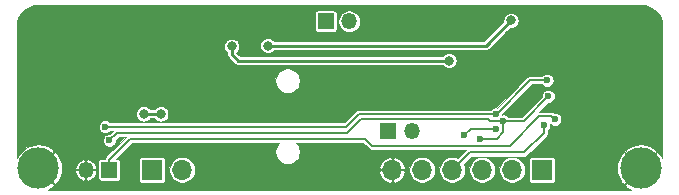
<source format=gbr>
%TF.GenerationSoftware,KiCad,Pcbnew,(5.1.6-0-10_14)*%
%TF.CreationDate,2020-10-15T10:38:44-05:00*%
%TF.ProjectId,MBRadio_4732_BO,4d425261-6469-46f5-9f34-3733325f424f,rev?*%
%TF.SameCoordinates,Original*%
%TF.FileFunction,Copper,L2,Bot*%
%TF.FilePolarity,Positive*%
%FSLAX46Y46*%
G04 Gerber Fmt 4.6, Leading zero omitted, Abs format (unit mm)*
G04 Created by KiCad (PCBNEW (5.1.6-0-10_14)) date 2020-10-15 10:38:44*
%MOMM*%
%LPD*%
G01*
G04 APERTURE LIST*
%TA.AperFunction,ComponentPad*%
%ADD10C,3.500000*%
%TD*%
%TA.AperFunction,ComponentPad*%
%ADD11R,1.700000X1.700000*%
%TD*%
%TA.AperFunction,ComponentPad*%
%ADD12O,1.700000X1.700000*%
%TD*%
%TA.AperFunction,ComponentPad*%
%ADD13O,1.350000X1.350000*%
%TD*%
%TA.AperFunction,ComponentPad*%
%ADD14R,1.350000X1.350000*%
%TD*%
%TA.AperFunction,ViaPad*%
%ADD15C,0.800000*%
%TD*%
%TA.AperFunction,ViaPad*%
%ADD16C,1.000000*%
%TD*%
%TA.AperFunction,ViaPad*%
%ADD17C,0.600000*%
%TD*%
%TA.AperFunction,Conductor*%
%ADD18C,0.250000*%
%TD*%
%TA.AperFunction,Conductor*%
%ADD19C,0.200000*%
%TD*%
%TA.AperFunction,Conductor*%
%ADD20C,0.100000*%
%TD*%
G04 APERTURE END LIST*
D10*
%TO.P,REF\u002A\u002A,1*%
%TO.N,GND*%
X82000000Y-104000000D03*
%TD*%
%TO.P,REF\u002A\u002A,1*%
%TO.N,GND*%
X31000000Y-104000000D03*
%TD*%
D11*
%TO.P,J6,1*%
%TO.N,Net-(J6-Pad1)*%
X40640000Y-104140000D03*
D12*
%TO.P,J6,2*%
%TO.N,Net-(C14-Pad2)*%
X43180000Y-104140000D03*
%TD*%
D13*
%TO.P,J4,2*%
%TO.N,Net-(J4-Pad2)*%
X57330000Y-91570000D03*
D14*
%TO.P,J4,1*%
%TO.N,Net-(C9-Pad1)*%
X55330000Y-91570000D03*
%TD*%
%TO.P,JP1,1*%
%TO.N,SENB*%
X37000000Y-104140000D03*
D13*
%TO.P,JP1,2*%
%TO.N,GND*%
X35000000Y-104140000D03*
%TD*%
D11*
%TO.P,J7,1*%
%TO.N,+3V3*%
X73660000Y-104140000D03*
D12*
%TO.P,J7,2*%
%TO.N,SCL*%
X71120000Y-104140000D03*
%TO.P,J7,3*%
%TO.N,SDA*%
X68580000Y-104140000D03*
%TO.P,J7,4*%
%TO.N,RESET*%
X66040000Y-104140000D03*
%TO.P,J7,5*%
%TO.N,GPO1*%
X63500000Y-104140000D03*
%TO.P,J7,6*%
%TO.N,GND*%
X60960000Y-104140000D03*
%TD*%
D14*
%TO.P,JP2,1*%
%TO.N,+3V3*%
X60610000Y-100830000D03*
D13*
%TO.P,JP2,2*%
%TO.N,Net-(JP2-Pad2)*%
X62610000Y-100830000D03*
%TD*%
D15*
%TO.N,GND*%
X70860000Y-92750000D03*
D16*
X48730000Y-102800000D03*
D15*
X41930000Y-96890000D03*
X32750000Y-96500000D03*
D16*
X61680000Y-91810000D03*
D15*
X38540000Y-94770000D03*
X80010000Y-99480002D03*
X62500000Y-96310000D03*
X76010000Y-94690000D03*
X80620000Y-94070000D03*
%TO.N,Net-(C12-Pad1)*%
X39915000Y-99400000D03*
X41365000Y-99400000D03*
D17*
%TO.N,SDA*%
X74085000Y-96555000D03*
X36669265Y-100480735D03*
X69720009Y-99399990D03*
X67070000Y-101210000D03*
X69720009Y-100669991D03*
%TO.N,SCL*%
X37020000Y-101650000D03*
X74179272Y-97909272D03*
X70364990Y-100000000D03*
X68380000Y-101490001D03*
D15*
%TO.N,Net-(C7-Pad2)*%
X65760000Y-94890000D03*
X47370000Y-93680000D03*
%TO.N,Net-(C8-Pad2)*%
X50430000Y-93620000D03*
X71019998Y-91490000D03*
D17*
%TO.N,RESET*%
X73800000Y-100370000D03*
%TO.N,SENB*%
X74730000Y-99870000D03*
%TD*%
D18*
%TO.N,Net-(C12-Pad1)*%
X39915000Y-99400000D02*
X40910000Y-99400000D01*
X40910000Y-99400000D02*
X41365000Y-99400000D01*
D19*
%TO.N,SDA*%
X74085000Y-96555000D02*
X72645000Y-96555000D01*
X72645000Y-96555000D02*
X69719265Y-99480735D01*
X57069265Y-100480735D02*
X36669265Y-100480735D01*
X58150010Y-99399990D02*
X57069265Y-100480735D01*
X69720009Y-99399990D02*
X58150010Y-99399990D01*
X67610009Y-100669991D02*
X69720009Y-100669991D01*
X67070000Y-101210000D02*
X67610009Y-100669991D01*
%TO.N,SCL*%
X72088544Y-100000000D02*
X74179272Y-97909272D01*
X70364990Y-100000000D02*
X72088544Y-100000000D01*
X37670000Y-101000000D02*
X37020000Y-101650000D01*
X57115698Y-101000000D02*
X37670000Y-101000000D01*
X58315698Y-99800000D02*
X57115698Y-101000000D01*
X69070000Y-99800000D02*
X58315698Y-99800000D01*
X69270000Y-100000000D02*
X69070000Y-99800000D01*
X70364990Y-100000000D02*
X69270000Y-100000000D01*
X70364990Y-100925010D02*
X70364990Y-100000000D01*
X69799999Y-101490001D02*
X70364990Y-100925010D01*
X68380000Y-101490001D02*
X69799999Y-101490001D01*
D18*
%TO.N,Net-(C7-Pad2)*%
X47370000Y-94350000D02*
X47370000Y-93680000D01*
X65755010Y-94885010D02*
X47905010Y-94885010D01*
X47905010Y-94885010D02*
X47370000Y-94350000D01*
X65760000Y-94890000D02*
X65755010Y-94885010D01*
%TO.N,Net-(C8-Pad2)*%
X50430000Y-93620000D02*
X68889998Y-93620000D01*
X68889998Y-93620000D02*
X71019998Y-91490000D01*
D19*
%TO.N,RESET*%
X73800000Y-100990000D02*
X73800000Y-100370000D01*
X72120000Y-102670000D02*
X73800000Y-100990000D01*
X67510000Y-102670000D02*
X72120000Y-102670000D01*
X66040000Y-104140000D02*
X67510000Y-102670000D01*
%TO.N,SENB*%
X37000000Y-104140000D02*
X37000000Y-104060000D01*
X38765001Y-101499999D02*
X37000000Y-103265000D01*
X58649999Y-101499999D02*
X38765001Y-101499999D01*
X59240001Y-102090001D02*
X58649999Y-101499999D01*
X70899999Y-102090001D02*
X59240001Y-102090001D01*
X73419999Y-99570001D02*
X70899999Y-102090001D01*
X37000000Y-103265000D02*
X37000000Y-104140000D01*
X74430001Y-99570001D02*
X73419999Y-99570001D01*
X74730000Y-99870000D02*
X74430001Y-99570001D01*
%TD*%
D20*
%TO.N,GND*%
G36*
X82354316Y-90210581D02*
G01*
X82695133Y-90313479D01*
X83009474Y-90480617D01*
X83285365Y-90705628D01*
X83512297Y-90979941D01*
X83681625Y-91293105D01*
X83786903Y-91633204D01*
X83824983Y-91995510D01*
X83825000Y-92000329D01*
X83825001Y-103175242D01*
X83686877Y-102907639D01*
X83654749Y-102859558D01*
X83411763Y-102658947D01*
X82070711Y-104000000D01*
X82084853Y-104014142D01*
X82014142Y-104084853D01*
X82000000Y-104070711D01*
X80658947Y-105411763D01*
X80859558Y-105654749D01*
X81167340Y-105825000D01*
X31824760Y-105825000D01*
X32092361Y-105686877D01*
X32140442Y-105654749D01*
X32341053Y-105411763D01*
X31000000Y-104070711D01*
X30985858Y-104084853D01*
X30915147Y-104014142D01*
X30929289Y-104000000D01*
X31070711Y-104000000D01*
X32411763Y-105341053D01*
X32654749Y-105140442D01*
X32845443Y-104795703D01*
X32965217Y-104420386D01*
X32974996Y-104333875D01*
X34095542Y-104333875D01*
X34150744Y-104506601D01*
X34238583Y-104665238D01*
X34355682Y-104803691D01*
X34497542Y-104916639D01*
X34658711Y-104999741D01*
X34806125Y-105044455D01*
X34950000Y-105001050D01*
X34950000Y-104190000D01*
X35050000Y-104190000D01*
X35050000Y-105001050D01*
X35193875Y-105044455D01*
X35341289Y-104999741D01*
X35502458Y-104916639D01*
X35644318Y-104803691D01*
X35761417Y-104665238D01*
X35849256Y-104506601D01*
X35904458Y-104333875D01*
X35861151Y-104190000D01*
X35050000Y-104190000D01*
X34950000Y-104190000D01*
X34138849Y-104190000D01*
X34095542Y-104333875D01*
X32974996Y-104333875D01*
X33009469Y-104028913D01*
X33002517Y-103946125D01*
X34095542Y-103946125D01*
X34138849Y-104090000D01*
X34950000Y-104090000D01*
X34950000Y-103278950D01*
X35050000Y-103278950D01*
X35050000Y-104090000D01*
X35861151Y-104090000D01*
X35904458Y-103946125D01*
X35849256Y-103773399D01*
X35761417Y-103614762D01*
X35644318Y-103476309D01*
X35630115Y-103465000D01*
X36073791Y-103465000D01*
X36073791Y-104815000D01*
X36078618Y-104864008D01*
X36092913Y-104911134D01*
X36116127Y-104954564D01*
X36147368Y-104992632D01*
X36185436Y-105023873D01*
X36228866Y-105047087D01*
X36275992Y-105061382D01*
X36325000Y-105066209D01*
X37675000Y-105066209D01*
X37724008Y-105061382D01*
X37771134Y-105047087D01*
X37814564Y-105023873D01*
X37852632Y-104992632D01*
X37883873Y-104954564D01*
X37907087Y-104911134D01*
X37921382Y-104864008D01*
X37926209Y-104815000D01*
X37926209Y-103465000D01*
X37921382Y-103415992D01*
X37907087Y-103368866D01*
X37883873Y-103325436D01*
X37854792Y-103290000D01*
X39538791Y-103290000D01*
X39538791Y-104990000D01*
X39543618Y-105039008D01*
X39557913Y-105086134D01*
X39581127Y-105129564D01*
X39612368Y-105167632D01*
X39650436Y-105198873D01*
X39693866Y-105222087D01*
X39740992Y-105236382D01*
X39790000Y-105241209D01*
X41490000Y-105241209D01*
X41539008Y-105236382D01*
X41586134Y-105222087D01*
X41629564Y-105198873D01*
X41667632Y-105167632D01*
X41698873Y-105129564D01*
X41722087Y-105086134D01*
X41736382Y-105039008D01*
X41741209Y-104990000D01*
X41741209Y-104031659D01*
X42080000Y-104031659D01*
X42080000Y-104248341D01*
X42122273Y-104460858D01*
X42205193Y-104661045D01*
X42325575Y-104841209D01*
X42478791Y-104994425D01*
X42658955Y-105114807D01*
X42859142Y-105197727D01*
X43071659Y-105240000D01*
X43288341Y-105240000D01*
X43500858Y-105197727D01*
X43701045Y-105114807D01*
X43881209Y-104994425D01*
X44034425Y-104841209D01*
X44154807Y-104661045D01*
X44237727Y-104460858D01*
X44257533Y-104361285D01*
X59882485Y-104361285D01*
X59946360Y-104567246D01*
X60049188Y-104756788D01*
X60187018Y-104922627D01*
X60354554Y-105058390D01*
X60545356Y-105158860D01*
X60738716Y-105217512D01*
X60910000Y-105176294D01*
X60910000Y-104190000D01*
X61010000Y-104190000D01*
X61010000Y-105176294D01*
X61181284Y-105217512D01*
X61374644Y-105158860D01*
X61565446Y-105058390D01*
X61732982Y-104922627D01*
X61870812Y-104756788D01*
X61973640Y-104567246D01*
X62037515Y-104361285D01*
X61996366Y-104190000D01*
X61010000Y-104190000D01*
X60910000Y-104190000D01*
X59923634Y-104190000D01*
X59882485Y-104361285D01*
X44257533Y-104361285D01*
X44280000Y-104248341D01*
X44280000Y-104031659D01*
X44257534Y-103918715D01*
X59882485Y-103918715D01*
X59923634Y-104090000D01*
X60910000Y-104090000D01*
X60910000Y-103103706D01*
X61010000Y-103103706D01*
X61010000Y-104090000D01*
X61996366Y-104090000D01*
X62010381Y-104031659D01*
X62400000Y-104031659D01*
X62400000Y-104248341D01*
X62442273Y-104460858D01*
X62525193Y-104661045D01*
X62645575Y-104841209D01*
X62798791Y-104994425D01*
X62978955Y-105114807D01*
X63179142Y-105197727D01*
X63391659Y-105240000D01*
X63608341Y-105240000D01*
X63820858Y-105197727D01*
X64021045Y-105114807D01*
X64201209Y-104994425D01*
X64354425Y-104841209D01*
X64474807Y-104661045D01*
X64557727Y-104460858D01*
X64600000Y-104248341D01*
X64600000Y-104031659D01*
X64557727Y-103819142D01*
X64474807Y-103618955D01*
X64354425Y-103438791D01*
X64201209Y-103285575D01*
X64021045Y-103165193D01*
X63820858Y-103082273D01*
X63608341Y-103040000D01*
X63391659Y-103040000D01*
X63179142Y-103082273D01*
X62978955Y-103165193D01*
X62798791Y-103285575D01*
X62645575Y-103438791D01*
X62525193Y-103618955D01*
X62442273Y-103819142D01*
X62400000Y-104031659D01*
X62010381Y-104031659D01*
X62037515Y-103918715D01*
X61973640Y-103712754D01*
X61870812Y-103523212D01*
X61732982Y-103357373D01*
X61565446Y-103221610D01*
X61374644Y-103121140D01*
X61181284Y-103062488D01*
X61010000Y-103103706D01*
X60910000Y-103103706D01*
X60738716Y-103062488D01*
X60545356Y-103121140D01*
X60354554Y-103221610D01*
X60187018Y-103357373D01*
X60049188Y-103523212D01*
X59946360Y-103712754D01*
X59882485Y-103918715D01*
X44257534Y-103918715D01*
X44237727Y-103819142D01*
X44154807Y-103618955D01*
X44034425Y-103438791D01*
X43881209Y-103285575D01*
X43701045Y-103165193D01*
X43500858Y-103082273D01*
X43288341Y-103040000D01*
X43071659Y-103040000D01*
X42859142Y-103082273D01*
X42658955Y-103165193D01*
X42478791Y-103285575D01*
X42325575Y-103438791D01*
X42205193Y-103618955D01*
X42122273Y-103819142D01*
X42080000Y-104031659D01*
X41741209Y-104031659D01*
X41741209Y-103290000D01*
X41736382Y-103240992D01*
X41722087Y-103193866D01*
X41698873Y-103150436D01*
X41667632Y-103112368D01*
X41629564Y-103081127D01*
X41586134Y-103057913D01*
X41539008Y-103043618D01*
X41490000Y-103038791D01*
X39790000Y-103038791D01*
X39740992Y-103043618D01*
X39693866Y-103057913D01*
X39650436Y-103081127D01*
X39612368Y-103112368D01*
X39581127Y-103150436D01*
X39557913Y-103193866D01*
X39543618Y-103240992D01*
X39538791Y-103290000D01*
X37854792Y-103290000D01*
X37852632Y-103287368D01*
X37814564Y-103256127D01*
X37771134Y-103232913D01*
X37724008Y-103218618D01*
X37675000Y-103213791D01*
X37546182Y-103213791D01*
X38909976Y-101849999D01*
X51365076Y-101849999D01*
X51284411Y-101930664D01*
X51169502Y-102102638D01*
X51090350Y-102293726D01*
X51050000Y-102496584D01*
X51050000Y-102703416D01*
X51090350Y-102906274D01*
X51169502Y-103097362D01*
X51284411Y-103269336D01*
X51430664Y-103415589D01*
X51602638Y-103530498D01*
X51793726Y-103609650D01*
X51996584Y-103650000D01*
X52203416Y-103650000D01*
X52406274Y-103609650D01*
X52597362Y-103530498D01*
X52769336Y-103415589D01*
X52915589Y-103269336D01*
X53030498Y-103097362D01*
X53109650Y-102906274D01*
X53150000Y-102703416D01*
X53150000Y-102496584D01*
X53109650Y-102293726D01*
X53030498Y-102102638D01*
X52915589Y-101930664D01*
X52834924Y-101849999D01*
X58505026Y-101849999D01*
X58980352Y-102325326D01*
X58991316Y-102338686D01*
X59044610Y-102382422D01*
X59044611Y-102382423D01*
X59105413Y-102414923D01*
X59171389Y-102434936D01*
X59240001Y-102441694D01*
X59257190Y-102440001D01*
X67245025Y-102440001D01*
X66531904Y-103153122D01*
X66360858Y-103082273D01*
X66148341Y-103040000D01*
X65931659Y-103040000D01*
X65719142Y-103082273D01*
X65518955Y-103165193D01*
X65338791Y-103285575D01*
X65185575Y-103438791D01*
X65065193Y-103618955D01*
X64982273Y-103819142D01*
X64940000Y-104031659D01*
X64940000Y-104248341D01*
X64982273Y-104460858D01*
X65065193Y-104661045D01*
X65185575Y-104841209D01*
X65338791Y-104994425D01*
X65518955Y-105114807D01*
X65719142Y-105197727D01*
X65931659Y-105240000D01*
X66148341Y-105240000D01*
X66360858Y-105197727D01*
X66561045Y-105114807D01*
X66741209Y-104994425D01*
X66894425Y-104841209D01*
X67014807Y-104661045D01*
X67097727Y-104460858D01*
X67140000Y-104248341D01*
X67140000Y-104031659D01*
X67480000Y-104031659D01*
X67480000Y-104248341D01*
X67522273Y-104460858D01*
X67605193Y-104661045D01*
X67725575Y-104841209D01*
X67878791Y-104994425D01*
X68058955Y-105114807D01*
X68259142Y-105197727D01*
X68471659Y-105240000D01*
X68688341Y-105240000D01*
X68900858Y-105197727D01*
X69101045Y-105114807D01*
X69281209Y-104994425D01*
X69434425Y-104841209D01*
X69554807Y-104661045D01*
X69637727Y-104460858D01*
X69680000Y-104248341D01*
X69680000Y-104031659D01*
X70020000Y-104031659D01*
X70020000Y-104248341D01*
X70062273Y-104460858D01*
X70145193Y-104661045D01*
X70265575Y-104841209D01*
X70418791Y-104994425D01*
X70598955Y-105114807D01*
X70799142Y-105197727D01*
X71011659Y-105240000D01*
X71228341Y-105240000D01*
X71440858Y-105197727D01*
X71641045Y-105114807D01*
X71821209Y-104994425D01*
X71974425Y-104841209D01*
X72094807Y-104661045D01*
X72177727Y-104460858D01*
X72220000Y-104248341D01*
X72220000Y-104031659D01*
X72177727Y-103819142D01*
X72094807Y-103618955D01*
X71974425Y-103438791D01*
X71825634Y-103290000D01*
X72558791Y-103290000D01*
X72558791Y-104990000D01*
X72563618Y-105039008D01*
X72577913Y-105086134D01*
X72601127Y-105129564D01*
X72632368Y-105167632D01*
X72670436Y-105198873D01*
X72713866Y-105222087D01*
X72760992Y-105236382D01*
X72810000Y-105241209D01*
X74510000Y-105241209D01*
X74559008Y-105236382D01*
X74606134Y-105222087D01*
X74649564Y-105198873D01*
X74687632Y-105167632D01*
X74718873Y-105129564D01*
X74742087Y-105086134D01*
X74756382Y-105039008D01*
X74761209Y-104990000D01*
X74761209Y-103971087D01*
X79990531Y-103971087D01*
X80023501Y-104363671D01*
X80132427Y-104742279D01*
X80313123Y-105092361D01*
X80345251Y-105140442D01*
X80588237Y-105341053D01*
X81929289Y-104000000D01*
X80588237Y-102658947D01*
X80345251Y-102859558D01*
X80154557Y-103204297D01*
X80034783Y-103579614D01*
X79990531Y-103971087D01*
X74761209Y-103971087D01*
X74761209Y-103290000D01*
X74756382Y-103240992D01*
X74742087Y-103193866D01*
X74718873Y-103150436D01*
X74687632Y-103112368D01*
X74649564Y-103081127D01*
X74606134Y-103057913D01*
X74559008Y-103043618D01*
X74510000Y-103038791D01*
X72810000Y-103038791D01*
X72760992Y-103043618D01*
X72713866Y-103057913D01*
X72670436Y-103081127D01*
X72632368Y-103112368D01*
X72601127Y-103150436D01*
X72577913Y-103193866D01*
X72563618Y-103240992D01*
X72558791Y-103290000D01*
X71825634Y-103290000D01*
X71821209Y-103285575D01*
X71641045Y-103165193D01*
X71440858Y-103082273D01*
X71228341Y-103040000D01*
X71011659Y-103040000D01*
X70799142Y-103082273D01*
X70598955Y-103165193D01*
X70418791Y-103285575D01*
X70265575Y-103438791D01*
X70145193Y-103618955D01*
X70062273Y-103819142D01*
X70020000Y-104031659D01*
X69680000Y-104031659D01*
X69637727Y-103819142D01*
X69554807Y-103618955D01*
X69434425Y-103438791D01*
X69281209Y-103285575D01*
X69101045Y-103165193D01*
X68900858Y-103082273D01*
X68688341Y-103040000D01*
X68471659Y-103040000D01*
X68259142Y-103082273D01*
X68058955Y-103165193D01*
X67878791Y-103285575D01*
X67725575Y-103438791D01*
X67605193Y-103618955D01*
X67522273Y-103819142D01*
X67480000Y-104031659D01*
X67140000Y-104031659D01*
X67097727Y-103819142D01*
X67026878Y-103648096D01*
X67654974Y-103020000D01*
X72102812Y-103020000D01*
X72120000Y-103021693D01*
X72137188Y-103020000D01*
X72137189Y-103020000D01*
X72188612Y-103014935D01*
X72254587Y-102994922D01*
X72315390Y-102962422D01*
X72368685Y-102918685D01*
X72379654Y-102905320D01*
X72696737Y-102588237D01*
X80658947Y-102588237D01*
X82000000Y-103929289D01*
X83341053Y-102588237D01*
X83140442Y-102345251D01*
X82795703Y-102154557D01*
X82420386Y-102034783D01*
X82028913Y-101990531D01*
X81636329Y-102023501D01*
X81257721Y-102132427D01*
X80907639Y-102313123D01*
X80859558Y-102345251D01*
X80658947Y-102588237D01*
X72696737Y-102588237D01*
X74035330Y-101249644D01*
X74048684Y-101238685D01*
X74092422Y-101185390D01*
X74097934Y-101175078D01*
X74124922Y-101124588D01*
X74144935Y-101058612D01*
X74151693Y-100990000D01*
X74150000Y-100972811D01*
X74150000Y-100797617D01*
X74150604Y-100797213D01*
X74227213Y-100720604D01*
X74287403Y-100630523D01*
X74328864Y-100530429D01*
X74350000Y-100424170D01*
X74350000Y-100315830D01*
X74338078Y-100255895D01*
X74379396Y-100297213D01*
X74469477Y-100357403D01*
X74569571Y-100398864D01*
X74675830Y-100420000D01*
X74784170Y-100420000D01*
X74890429Y-100398864D01*
X74990523Y-100357403D01*
X75080604Y-100297213D01*
X75157213Y-100220604D01*
X75217403Y-100130523D01*
X75258864Y-100030429D01*
X75280000Y-99924170D01*
X75280000Y-99815830D01*
X75258864Y-99709571D01*
X75217403Y-99609477D01*
X75157213Y-99519396D01*
X75080604Y-99442787D01*
X74990523Y-99382597D01*
X74890429Y-99341136D01*
X74784170Y-99320000D01*
X74677082Y-99320000D01*
X74625391Y-99277579D01*
X74564588Y-99245079D01*
X74498613Y-99225066D01*
X74447190Y-99220001D01*
X74447189Y-99220001D01*
X74430001Y-99218308D01*
X74412813Y-99220001D01*
X73437187Y-99220001D01*
X73419998Y-99218308D01*
X73359223Y-99224294D01*
X74124388Y-98459130D01*
X74125102Y-98459272D01*
X74233442Y-98459272D01*
X74339701Y-98438136D01*
X74439795Y-98396675D01*
X74529876Y-98336485D01*
X74606485Y-98259876D01*
X74666675Y-98169795D01*
X74708136Y-98069701D01*
X74729272Y-97963442D01*
X74729272Y-97855102D01*
X74708136Y-97748843D01*
X74666675Y-97648749D01*
X74606485Y-97558668D01*
X74529876Y-97482059D01*
X74439795Y-97421869D01*
X74339701Y-97380408D01*
X74233442Y-97359272D01*
X74125102Y-97359272D01*
X74018843Y-97380408D01*
X73918749Y-97421869D01*
X73828668Y-97482059D01*
X73752059Y-97558668D01*
X73691869Y-97648749D01*
X73650408Y-97748843D01*
X73629272Y-97855102D01*
X73629272Y-97963442D01*
X73629414Y-97964156D01*
X71943571Y-99650000D01*
X70792607Y-99650000D01*
X70792203Y-99649396D01*
X70715594Y-99572787D01*
X70625513Y-99512597D01*
X70525419Y-99471136D01*
X70419160Y-99450000D01*
X70310820Y-99450000D01*
X70269189Y-99458281D01*
X70270009Y-99454160D01*
X70270009Y-99424964D01*
X72789974Y-96905000D01*
X73657383Y-96905000D01*
X73657787Y-96905604D01*
X73734396Y-96982213D01*
X73824477Y-97042403D01*
X73924571Y-97083864D01*
X74030830Y-97105000D01*
X74139170Y-97105000D01*
X74245429Y-97083864D01*
X74345523Y-97042403D01*
X74435604Y-96982213D01*
X74512213Y-96905604D01*
X74572403Y-96815523D01*
X74613864Y-96715429D01*
X74635000Y-96609170D01*
X74635000Y-96500830D01*
X74613864Y-96394571D01*
X74572403Y-96294477D01*
X74512213Y-96204396D01*
X74435604Y-96127787D01*
X74345523Y-96067597D01*
X74245429Y-96026136D01*
X74139170Y-96005000D01*
X74030830Y-96005000D01*
X73924571Y-96026136D01*
X73824477Y-96067597D01*
X73734396Y-96127787D01*
X73657787Y-96204396D01*
X73657383Y-96205000D01*
X72662188Y-96205000D01*
X72644999Y-96203307D01*
X72576387Y-96210065D01*
X72556374Y-96216136D01*
X72510413Y-96230078D01*
X72449610Y-96262578D01*
X72396315Y-96306315D01*
X72385351Y-96319675D01*
X69841622Y-98863405D01*
X69774179Y-98849990D01*
X69665839Y-98849990D01*
X69559580Y-98871126D01*
X69459486Y-98912587D01*
X69369405Y-98972777D01*
X69292796Y-99049386D01*
X69292392Y-99049990D01*
X58167198Y-99049990D01*
X58150009Y-99048297D01*
X58081397Y-99055055D01*
X58061384Y-99061126D01*
X58015423Y-99075068D01*
X57954620Y-99107568D01*
X57901325Y-99151305D01*
X57890365Y-99164660D01*
X56924292Y-100130735D01*
X37096882Y-100130735D01*
X37096478Y-100130131D01*
X37019869Y-100053522D01*
X36929788Y-99993332D01*
X36829694Y-99951871D01*
X36723435Y-99930735D01*
X36615095Y-99930735D01*
X36508836Y-99951871D01*
X36408742Y-99993332D01*
X36318661Y-100053522D01*
X36242052Y-100130131D01*
X36181862Y-100220212D01*
X36140401Y-100320306D01*
X36119265Y-100426565D01*
X36119265Y-100534905D01*
X36140401Y-100641164D01*
X36181862Y-100741258D01*
X36242052Y-100831339D01*
X36318661Y-100907948D01*
X36408742Y-100968138D01*
X36508836Y-101009599D01*
X36615095Y-101030735D01*
X36723435Y-101030735D01*
X36829694Y-101009599D01*
X36929788Y-100968138D01*
X37019869Y-100907948D01*
X37096478Y-100831339D01*
X37096882Y-100830735D01*
X37344291Y-100830735D01*
X37074884Y-101100142D01*
X37074170Y-101100000D01*
X36965830Y-101100000D01*
X36859571Y-101121136D01*
X36759477Y-101162597D01*
X36669396Y-101222787D01*
X36592787Y-101299396D01*
X36532597Y-101389477D01*
X36491136Y-101489571D01*
X36470000Y-101595830D01*
X36470000Y-101704170D01*
X36491136Y-101810429D01*
X36532597Y-101910523D01*
X36592787Y-102000604D01*
X36669396Y-102077213D01*
X36759477Y-102137403D01*
X36859571Y-102178864D01*
X36965830Y-102200000D01*
X37074170Y-102200000D01*
X37180429Y-102178864D01*
X37280523Y-102137403D01*
X37370604Y-102077213D01*
X37447213Y-102000604D01*
X37507403Y-101910523D01*
X37548864Y-101810429D01*
X37570000Y-101704170D01*
X37570000Y-101595830D01*
X37569858Y-101595116D01*
X37814974Y-101350000D01*
X38420025Y-101350000D01*
X36764676Y-103005351D01*
X36751315Y-103016316D01*
X36707578Y-103069611D01*
X36675078Y-103130414D01*
X36664528Y-103165193D01*
X36655065Y-103196389D01*
X36653351Y-103213791D01*
X36325000Y-103213791D01*
X36275992Y-103218618D01*
X36228866Y-103232913D01*
X36185436Y-103256127D01*
X36147368Y-103287368D01*
X36116127Y-103325436D01*
X36092913Y-103368866D01*
X36078618Y-103415992D01*
X36073791Y-103465000D01*
X35630115Y-103465000D01*
X35502458Y-103363361D01*
X35341289Y-103280259D01*
X35193875Y-103235545D01*
X35050000Y-103278950D01*
X34950000Y-103278950D01*
X34806125Y-103235545D01*
X34658711Y-103280259D01*
X34497542Y-103363361D01*
X34355682Y-103476309D01*
X34238583Y-103614762D01*
X34150744Y-103773399D01*
X34095542Y-103946125D01*
X33002517Y-103946125D01*
X32976499Y-103636329D01*
X32867573Y-103257721D01*
X32686877Y-102907639D01*
X32654749Y-102859558D01*
X32411763Y-102658947D01*
X31070711Y-104000000D01*
X30929289Y-104000000D01*
X29588237Y-102658947D01*
X29345251Y-102859558D01*
X29175000Y-103167340D01*
X29175000Y-102588237D01*
X29658947Y-102588237D01*
X31000000Y-103929289D01*
X32341053Y-102588237D01*
X32140442Y-102345251D01*
X31795703Y-102154557D01*
X31420386Y-102034783D01*
X31028913Y-101990531D01*
X30636329Y-102023501D01*
X30257721Y-102132427D01*
X29907639Y-102313123D01*
X29859558Y-102345251D01*
X29658947Y-102588237D01*
X29175000Y-102588237D01*
X29175000Y-99335981D01*
X39265000Y-99335981D01*
X39265000Y-99464019D01*
X39289979Y-99589598D01*
X39338978Y-99707890D01*
X39410112Y-99814351D01*
X39500649Y-99904888D01*
X39607110Y-99976022D01*
X39725402Y-100025021D01*
X39850981Y-100050000D01*
X39979019Y-100050000D01*
X40104598Y-100025021D01*
X40222890Y-99976022D01*
X40329351Y-99904888D01*
X40419888Y-99814351D01*
X40446181Y-99775000D01*
X40833819Y-99775000D01*
X40860112Y-99814351D01*
X40950649Y-99904888D01*
X41057110Y-99976022D01*
X41175402Y-100025021D01*
X41300981Y-100050000D01*
X41429019Y-100050000D01*
X41554598Y-100025021D01*
X41672890Y-99976022D01*
X41779351Y-99904888D01*
X41869888Y-99814351D01*
X41941022Y-99707890D01*
X41990021Y-99589598D01*
X42015000Y-99464019D01*
X42015000Y-99335981D01*
X41990021Y-99210402D01*
X41941022Y-99092110D01*
X41869888Y-98985649D01*
X41779351Y-98895112D01*
X41672890Y-98823978D01*
X41554598Y-98774979D01*
X41429019Y-98750000D01*
X41300981Y-98750000D01*
X41175402Y-98774979D01*
X41057110Y-98823978D01*
X40950649Y-98895112D01*
X40860112Y-98985649D01*
X40833819Y-99025000D01*
X40446181Y-99025000D01*
X40419888Y-98985649D01*
X40329351Y-98895112D01*
X40222890Y-98823978D01*
X40104598Y-98774979D01*
X39979019Y-98750000D01*
X39850981Y-98750000D01*
X39725402Y-98774979D01*
X39607110Y-98823978D01*
X39500649Y-98895112D01*
X39410112Y-98985649D01*
X39338978Y-99092110D01*
X39289979Y-99210402D01*
X39265000Y-99335981D01*
X29175000Y-99335981D01*
X29175000Y-96496584D01*
X51050000Y-96496584D01*
X51050000Y-96703416D01*
X51090350Y-96906274D01*
X51169502Y-97097362D01*
X51284411Y-97269336D01*
X51430664Y-97415589D01*
X51602638Y-97530498D01*
X51793726Y-97609650D01*
X51996584Y-97650000D01*
X52203416Y-97650000D01*
X52406274Y-97609650D01*
X52597362Y-97530498D01*
X52769336Y-97415589D01*
X52915589Y-97269336D01*
X53030498Y-97097362D01*
X53109650Y-96906274D01*
X53150000Y-96703416D01*
X53150000Y-96496584D01*
X53109650Y-96293726D01*
X53030498Y-96102638D01*
X52915589Y-95930664D01*
X52769336Y-95784411D01*
X52597362Y-95669502D01*
X52406274Y-95590350D01*
X52203416Y-95550000D01*
X51996584Y-95550000D01*
X51793726Y-95590350D01*
X51602638Y-95669502D01*
X51430664Y-95784411D01*
X51284411Y-95930664D01*
X51169502Y-96102638D01*
X51090350Y-96293726D01*
X51050000Y-96496584D01*
X29175000Y-96496584D01*
X29175000Y-93615981D01*
X46720000Y-93615981D01*
X46720000Y-93744019D01*
X46744979Y-93869598D01*
X46793978Y-93987890D01*
X46865112Y-94094351D01*
X46955649Y-94184888D01*
X46995000Y-94211181D01*
X46995000Y-94331583D01*
X46993186Y-94350000D01*
X46995000Y-94368416D01*
X46995000Y-94368418D01*
X47000426Y-94423512D01*
X47021869Y-94494199D01*
X47056691Y-94559346D01*
X47103552Y-94616448D01*
X47117866Y-94628195D01*
X47626819Y-95137149D01*
X47638562Y-95151458D01*
X47658949Y-95168189D01*
X47695662Y-95198319D01*
X47760808Y-95233140D01*
X47760810Y-95233141D01*
X47831497Y-95254584D01*
X47886591Y-95260010D01*
X47886593Y-95260010D01*
X47905009Y-95261824D01*
X47923425Y-95260010D01*
X65225485Y-95260010D01*
X65255112Y-95304351D01*
X65345649Y-95394888D01*
X65452110Y-95466022D01*
X65570402Y-95515021D01*
X65695981Y-95540000D01*
X65824019Y-95540000D01*
X65949598Y-95515021D01*
X66067890Y-95466022D01*
X66174351Y-95394888D01*
X66264888Y-95304351D01*
X66336022Y-95197890D01*
X66385021Y-95079598D01*
X66410000Y-94954019D01*
X66410000Y-94825981D01*
X66385021Y-94700402D01*
X66336022Y-94582110D01*
X66264888Y-94475649D01*
X66174351Y-94385112D01*
X66067890Y-94313978D01*
X65949598Y-94264979D01*
X65824019Y-94240000D01*
X65695981Y-94240000D01*
X65570402Y-94264979D01*
X65452110Y-94313978D01*
X65345649Y-94385112D01*
X65255112Y-94475649D01*
X65232153Y-94510010D01*
X48060340Y-94510010D01*
X47754897Y-94204568D01*
X47784351Y-94184888D01*
X47874888Y-94094351D01*
X47946022Y-93987890D01*
X47995021Y-93869598D01*
X48020000Y-93744019D01*
X48020000Y-93615981D01*
X48008066Y-93555981D01*
X49780000Y-93555981D01*
X49780000Y-93684019D01*
X49804979Y-93809598D01*
X49853978Y-93927890D01*
X49925112Y-94034351D01*
X50015649Y-94124888D01*
X50122110Y-94196022D01*
X50240402Y-94245021D01*
X50365981Y-94270000D01*
X50494019Y-94270000D01*
X50619598Y-94245021D01*
X50737890Y-94196022D01*
X50844351Y-94124888D01*
X50934888Y-94034351D01*
X50961181Y-93995000D01*
X68871582Y-93995000D01*
X68889998Y-93996814D01*
X68908414Y-93995000D01*
X68908417Y-93995000D01*
X68963511Y-93989574D01*
X69034198Y-93968131D01*
X69099345Y-93933309D01*
X69156446Y-93886448D01*
X69168193Y-93872134D01*
X70909561Y-92130767D01*
X70955979Y-92140000D01*
X71084017Y-92140000D01*
X71209596Y-92115021D01*
X71327888Y-92066022D01*
X71434349Y-91994888D01*
X71524886Y-91904351D01*
X71596020Y-91797890D01*
X71645019Y-91679598D01*
X71669998Y-91554019D01*
X71669998Y-91425981D01*
X71645019Y-91300402D01*
X71596020Y-91182110D01*
X71524886Y-91075649D01*
X71434349Y-90985112D01*
X71327888Y-90913978D01*
X71209596Y-90864979D01*
X71084017Y-90840000D01*
X70955979Y-90840000D01*
X70830400Y-90864979D01*
X70712108Y-90913978D01*
X70605647Y-90985112D01*
X70515110Y-91075649D01*
X70443976Y-91182110D01*
X70394977Y-91300402D01*
X70369998Y-91425981D01*
X70369998Y-91554019D01*
X70379231Y-91600437D01*
X68734669Y-93245000D01*
X50961181Y-93245000D01*
X50934888Y-93205649D01*
X50844351Y-93115112D01*
X50737890Y-93043978D01*
X50619598Y-92994979D01*
X50494019Y-92970000D01*
X50365981Y-92970000D01*
X50240402Y-92994979D01*
X50122110Y-93043978D01*
X50015649Y-93115112D01*
X49925112Y-93205649D01*
X49853978Y-93312110D01*
X49804979Y-93430402D01*
X49780000Y-93555981D01*
X48008066Y-93555981D01*
X47995021Y-93490402D01*
X47946022Y-93372110D01*
X47874888Y-93265649D01*
X47784351Y-93175112D01*
X47677890Y-93103978D01*
X47559598Y-93054979D01*
X47434019Y-93030000D01*
X47305981Y-93030000D01*
X47180402Y-93054979D01*
X47062110Y-93103978D01*
X46955649Y-93175112D01*
X46865112Y-93265649D01*
X46793978Y-93372110D01*
X46744979Y-93490402D01*
X46720000Y-93615981D01*
X29175000Y-93615981D01*
X29175000Y-92008561D01*
X29210581Y-91645684D01*
X29313479Y-91304867D01*
X29480617Y-90990526D01*
X29558526Y-90895000D01*
X54403791Y-90895000D01*
X54403791Y-92245000D01*
X54408618Y-92294008D01*
X54422913Y-92341134D01*
X54446127Y-92384564D01*
X54477368Y-92422632D01*
X54515436Y-92453873D01*
X54558866Y-92477087D01*
X54605992Y-92491382D01*
X54655000Y-92496209D01*
X56005000Y-92496209D01*
X56054008Y-92491382D01*
X56101134Y-92477087D01*
X56144564Y-92453873D01*
X56182632Y-92422632D01*
X56213873Y-92384564D01*
X56237087Y-92341134D01*
X56251382Y-92294008D01*
X56256209Y-92245000D01*
X56256209Y-91478895D01*
X56405000Y-91478895D01*
X56405000Y-91661105D01*
X56440547Y-91839813D01*
X56510275Y-92008152D01*
X56611505Y-92159653D01*
X56740347Y-92288495D01*
X56891848Y-92389725D01*
X57060187Y-92459453D01*
X57238895Y-92495000D01*
X57421105Y-92495000D01*
X57599813Y-92459453D01*
X57768152Y-92389725D01*
X57919653Y-92288495D01*
X58048495Y-92159653D01*
X58149725Y-92008152D01*
X58219453Y-91839813D01*
X58255000Y-91661105D01*
X58255000Y-91478895D01*
X58219453Y-91300187D01*
X58149725Y-91131848D01*
X58048495Y-90980347D01*
X57919653Y-90851505D01*
X57768152Y-90750275D01*
X57599813Y-90680547D01*
X57421105Y-90645000D01*
X57238895Y-90645000D01*
X57060187Y-90680547D01*
X56891848Y-90750275D01*
X56740347Y-90851505D01*
X56611505Y-90980347D01*
X56510275Y-91131848D01*
X56440547Y-91300187D01*
X56405000Y-91478895D01*
X56256209Y-91478895D01*
X56256209Y-90895000D01*
X56251382Y-90845992D01*
X56237087Y-90798866D01*
X56213873Y-90755436D01*
X56182632Y-90717368D01*
X56144564Y-90686127D01*
X56101134Y-90662913D01*
X56054008Y-90648618D01*
X56005000Y-90643791D01*
X54655000Y-90643791D01*
X54605992Y-90648618D01*
X54558866Y-90662913D01*
X54515436Y-90686127D01*
X54477368Y-90717368D01*
X54446127Y-90755436D01*
X54422913Y-90798866D01*
X54408618Y-90845992D01*
X54403791Y-90895000D01*
X29558526Y-90895000D01*
X29705628Y-90714635D01*
X29979941Y-90487703D01*
X30293105Y-90318375D01*
X30633204Y-90213097D01*
X30995510Y-90175017D01*
X31000329Y-90175000D01*
X81991439Y-90175000D01*
X82354316Y-90210581D01*
G37*
X82354316Y-90210581D02*
X82695133Y-90313479D01*
X83009474Y-90480617D01*
X83285365Y-90705628D01*
X83512297Y-90979941D01*
X83681625Y-91293105D01*
X83786903Y-91633204D01*
X83824983Y-91995510D01*
X83825000Y-92000329D01*
X83825001Y-103175242D01*
X83686877Y-102907639D01*
X83654749Y-102859558D01*
X83411763Y-102658947D01*
X82070711Y-104000000D01*
X82084853Y-104014142D01*
X82014142Y-104084853D01*
X82000000Y-104070711D01*
X80658947Y-105411763D01*
X80859558Y-105654749D01*
X81167340Y-105825000D01*
X31824760Y-105825000D01*
X32092361Y-105686877D01*
X32140442Y-105654749D01*
X32341053Y-105411763D01*
X31000000Y-104070711D01*
X30985858Y-104084853D01*
X30915147Y-104014142D01*
X30929289Y-104000000D01*
X31070711Y-104000000D01*
X32411763Y-105341053D01*
X32654749Y-105140442D01*
X32845443Y-104795703D01*
X32965217Y-104420386D01*
X32974996Y-104333875D01*
X34095542Y-104333875D01*
X34150744Y-104506601D01*
X34238583Y-104665238D01*
X34355682Y-104803691D01*
X34497542Y-104916639D01*
X34658711Y-104999741D01*
X34806125Y-105044455D01*
X34950000Y-105001050D01*
X34950000Y-104190000D01*
X35050000Y-104190000D01*
X35050000Y-105001050D01*
X35193875Y-105044455D01*
X35341289Y-104999741D01*
X35502458Y-104916639D01*
X35644318Y-104803691D01*
X35761417Y-104665238D01*
X35849256Y-104506601D01*
X35904458Y-104333875D01*
X35861151Y-104190000D01*
X35050000Y-104190000D01*
X34950000Y-104190000D01*
X34138849Y-104190000D01*
X34095542Y-104333875D01*
X32974996Y-104333875D01*
X33009469Y-104028913D01*
X33002517Y-103946125D01*
X34095542Y-103946125D01*
X34138849Y-104090000D01*
X34950000Y-104090000D01*
X34950000Y-103278950D01*
X35050000Y-103278950D01*
X35050000Y-104090000D01*
X35861151Y-104090000D01*
X35904458Y-103946125D01*
X35849256Y-103773399D01*
X35761417Y-103614762D01*
X35644318Y-103476309D01*
X35630115Y-103465000D01*
X36073791Y-103465000D01*
X36073791Y-104815000D01*
X36078618Y-104864008D01*
X36092913Y-104911134D01*
X36116127Y-104954564D01*
X36147368Y-104992632D01*
X36185436Y-105023873D01*
X36228866Y-105047087D01*
X36275992Y-105061382D01*
X36325000Y-105066209D01*
X37675000Y-105066209D01*
X37724008Y-105061382D01*
X37771134Y-105047087D01*
X37814564Y-105023873D01*
X37852632Y-104992632D01*
X37883873Y-104954564D01*
X37907087Y-104911134D01*
X37921382Y-104864008D01*
X37926209Y-104815000D01*
X37926209Y-103465000D01*
X37921382Y-103415992D01*
X37907087Y-103368866D01*
X37883873Y-103325436D01*
X37854792Y-103290000D01*
X39538791Y-103290000D01*
X39538791Y-104990000D01*
X39543618Y-105039008D01*
X39557913Y-105086134D01*
X39581127Y-105129564D01*
X39612368Y-105167632D01*
X39650436Y-105198873D01*
X39693866Y-105222087D01*
X39740992Y-105236382D01*
X39790000Y-105241209D01*
X41490000Y-105241209D01*
X41539008Y-105236382D01*
X41586134Y-105222087D01*
X41629564Y-105198873D01*
X41667632Y-105167632D01*
X41698873Y-105129564D01*
X41722087Y-105086134D01*
X41736382Y-105039008D01*
X41741209Y-104990000D01*
X41741209Y-104031659D01*
X42080000Y-104031659D01*
X42080000Y-104248341D01*
X42122273Y-104460858D01*
X42205193Y-104661045D01*
X42325575Y-104841209D01*
X42478791Y-104994425D01*
X42658955Y-105114807D01*
X42859142Y-105197727D01*
X43071659Y-105240000D01*
X43288341Y-105240000D01*
X43500858Y-105197727D01*
X43701045Y-105114807D01*
X43881209Y-104994425D01*
X44034425Y-104841209D01*
X44154807Y-104661045D01*
X44237727Y-104460858D01*
X44257533Y-104361285D01*
X59882485Y-104361285D01*
X59946360Y-104567246D01*
X60049188Y-104756788D01*
X60187018Y-104922627D01*
X60354554Y-105058390D01*
X60545356Y-105158860D01*
X60738716Y-105217512D01*
X60910000Y-105176294D01*
X60910000Y-104190000D01*
X61010000Y-104190000D01*
X61010000Y-105176294D01*
X61181284Y-105217512D01*
X61374644Y-105158860D01*
X61565446Y-105058390D01*
X61732982Y-104922627D01*
X61870812Y-104756788D01*
X61973640Y-104567246D01*
X62037515Y-104361285D01*
X61996366Y-104190000D01*
X61010000Y-104190000D01*
X60910000Y-104190000D01*
X59923634Y-104190000D01*
X59882485Y-104361285D01*
X44257533Y-104361285D01*
X44280000Y-104248341D01*
X44280000Y-104031659D01*
X44257534Y-103918715D01*
X59882485Y-103918715D01*
X59923634Y-104090000D01*
X60910000Y-104090000D01*
X60910000Y-103103706D01*
X61010000Y-103103706D01*
X61010000Y-104090000D01*
X61996366Y-104090000D01*
X62010381Y-104031659D01*
X62400000Y-104031659D01*
X62400000Y-104248341D01*
X62442273Y-104460858D01*
X62525193Y-104661045D01*
X62645575Y-104841209D01*
X62798791Y-104994425D01*
X62978955Y-105114807D01*
X63179142Y-105197727D01*
X63391659Y-105240000D01*
X63608341Y-105240000D01*
X63820858Y-105197727D01*
X64021045Y-105114807D01*
X64201209Y-104994425D01*
X64354425Y-104841209D01*
X64474807Y-104661045D01*
X64557727Y-104460858D01*
X64600000Y-104248341D01*
X64600000Y-104031659D01*
X64557727Y-103819142D01*
X64474807Y-103618955D01*
X64354425Y-103438791D01*
X64201209Y-103285575D01*
X64021045Y-103165193D01*
X63820858Y-103082273D01*
X63608341Y-103040000D01*
X63391659Y-103040000D01*
X63179142Y-103082273D01*
X62978955Y-103165193D01*
X62798791Y-103285575D01*
X62645575Y-103438791D01*
X62525193Y-103618955D01*
X62442273Y-103819142D01*
X62400000Y-104031659D01*
X62010381Y-104031659D01*
X62037515Y-103918715D01*
X61973640Y-103712754D01*
X61870812Y-103523212D01*
X61732982Y-103357373D01*
X61565446Y-103221610D01*
X61374644Y-103121140D01*
X61181284Y-103062488D01*
X61010000Y-103103706D01*
X60910000Y-103103706D01*
X60738716Y-103062488D01*
X60545356Y-103121140D01*
X60354554Y-103221610D01*
X60187018Y-103357373D01*
X60049188Y-103523212D01*
X59946360Y-103712754D01*
X59882485Y-103918715D01*
X44257534Y-103918715D01*
X44237727Y-103819142D01*
X44154807Y-103618955D01*
X44034425Y-103438791D01*
X43881209Y-103285575D01*
X43701045Y-103165193D01*
X43500858Y-103082273D01*
X43288341Y-103040000D01*
X43071659Y-103040000D01*
X42859142Y-103082273D01*
X42658955Y-103165193D01*
X42478791Y-103285575D01*
X42325575Y-103438791D01*
X42205193Y-103618955D01*
X42122273Y-103819142D01*
X42080000Y-104031659D01*
X41741209Y-104031659D01*
X41741209Y-103290000D01*
X41736382Y-103240992D01*
X41722087Y-103193866D01*
X41698873Y-103150436D01*
X41667632Y-103112368D01*
X41629564Y-103081127D01*
X41586134Y-103057913D01*
X41539008Y-103043618D01*
X41490000Y-103038791D01*
X39790000Y-103038791D01*
X39740992Y-103043618D01*
X39693866Y-103057913D01*
X39650436Y-103081127D01*
X39612368Y-103112368D01*
X39581127Y-103150436D01*
X39557913Y-103193866D01*
X39543618Y-103240992D01*
X39538791Y-103290000D01*
X37854792Y-103290000D01*
X37852632Y-103287368D01*
X37814564Y-103256127D01*
X37771134Y-103232913D01*
X37724008Y-103218618D01*
X37675000Y-103213791D01*
X37546182Y-103213791D01*
X38909976Y-101849999D01*
X51365076Y-101849999D01*
X51284411Y-101930664D01*
X51169502Y-102102638D01*
X51090350Y-102293726D01*
X51050000Y-102496584D01*
X51050000Y-102703416D01*
X51090350Y-102906274D01*
X51169502Y-103097362D01*
X51284411Y-103269336D01*
X51430664Y-103415589D01*
X51602638Y-103530498D01*
X51793726Y-103609650D01*
X51996584Y-103650000D01*
X52203416Y-103650000D01*
X52406274Y-103609650D01*
X52597362Y-103530498D01*
X52769336Y-103415589D01*
X52915589Y-103269336D01*
X53030498Y-103097362D01*
X53109650Y-102906274D01*
X53150000Y-102703416D01*
X53150000Y-102496584D01*
X53109650Y-102293726D01*
X53030498Y-102102638D01*
X52915589Y-101930664D01*
X52834924Y-101849999D01*
X58505026Y-101849999D01*
X58980352Y-102325326D01*
X58991316Y-102338686D01*
X59044610Y-102382422D01*
X59044611Y-102382423D01*
X59105413Y-102414923D01*
X59171389Y-102434936D01*
X59240001Y-102441694D01*
X59257190Y-102440001D01*
X67245025Y-102440001D01*
X66531904Y-103153122D01*
X66360858Y-103082273D01*
X66148341Y-103040000D01*
X65931659Y-103040000D01*
X65719142Y-103082273D01*
X65518955Y-103165193D01*
X65338791Y-103285575D01*
X65185575Y-103438791D01*
X65065193Y-103618955D01*
X64982273Y-103819142D01*
X64940000Y-104031659D01*
X64940000Y-104248341D01*
X64982273Y-104460858D01*
X65065193Y-104661045D01*
X65185575Y-104841209D01*
X65338791Y-104994425D01*
X65518955Y-105114807D01*
X65719142Y-105197727D01*
X65931659Y-105240000D01*
X66148341Y-105240000D01*
X66360858Y-105197727D01*
X66561045Y-105114807D01*
X66741209Y-104994425D01*
X66894425Y-104841209D01*
X67014807Y-104661045D01*
X67097727Y-104460858D01*
X67140000Y-104248341D01*
X67140000Y-104031659D01*
X67480000Y-104031659D01*
X67480000Y-104248341D01*
X67522273Y-104460858D01*
X67605193Y-104661045D01*
X67725575Y-104841209D01*
X67878791Y-104994425D01*
X68058955Y-105114807D01*
X68259142Y-105197727D01*
X68471659Y-105240000D01*
X68688341Y-105240000D01*
X68900858Y-105197727D01*
X69101045Y-105114807D01*
X69281209Y-104994425D01*
X69434425Y-104841209D01*
X69554807Y-104661045D01*
X69637727Y-104460858D01*
X69680000Y-104248341D01*
X69680000Y-104031659D01*
X70020000Y-104031659D01*
X70020000Y-104248341D01*
X70062273Y-104460858D01*
X70145193Y-104661045D01*
X70265575Y-104841209D01*
X70418791Y-104994425D01*
X70598955Y-105114807D01*
X70799142Y-105197727D01*
X71011659Y-105240000D01*
X71228341Y-105240000D01*
X71440858Y-105197727D01*
X71641045Y-105114807D01*
X71821209Y-104994425D01*
X71974425Y-104841209D01*
X72094807Y-104661045D01*
X72177727Y-104460858D01*
X72220000Y-104248341D01*
X72220000Y-104031659D01*
X72177727Y-103819142D01*
X72094807Y-103618955D01*
X71974425Y-103438791D01*
X71825634Y-103290000D01*
X72558791Y-103290000D01*
X72558791Y-104990000D01*
X72563618Y-105039008D01*
X72577913Y-105086134D01*
X72601127Y-105129564D01*
X72632368Y-105167632D01*
X72670436Y-105198873D01*
X72713866Y-105222087D01*
X72760992Y-105236382D01*
X72810000Y-105241209D01*
X74510000Y-105241209D01*
X74559008Y-105236382D01*
X74606134Y-105222087D01*
X74649564Y-105198873D01*
X74687632Y-105167632D01*
X74718873Y-105129564D01*
X74742087Y-105086134D01*
X74756382Y-105039008D01*
X74761209Y-104990000D01*
X74761209Y-103971087D01*
X79990531Y-103971087D01*
X80023501Y-104363671D01*
X80132427Y-104742279D01*
X80313123Y-105092361D01*
X80345251Y-105140442D01*
X80588237Y-105341053D01*
X81929289Y-104000000D01*
X80588237Y-102658947D01*
X80345251Y-102859558D01*
X80154557Y-103204297D01*
X80034783Y-103579614D01*
X79990531Y-103971087D01*
X74761209Y-103971087D01*
X74761209Y-103290000D01*
X74756382Y-103240992D01*
X74742087Y-103193866D01*
X74718873Y-103150436D01*
X74687632Y-103112368D01*
X74649564Y-103081127D01*
X74606134Y-103057913D01*
X74559008Y-103043618D01*
X74510000Y-103038791D01*
X72810000Y-103038791D01*
X72760992Y-103043618D01*
X72713866Y-103057913D01*
X72670436Y-103081127D01*
X72632368Y-103112368D01*
X72601127Y-103150436D01*
X72577913Y-103193866D01*
X72563618Y-103240992D01*
X72558791Y-103290000D01*
X71825634Y-103290000D01*
X71821209Y-103285575D01*
X71641045Y-103165193D01*
X71440858Y-103082273D01*
X71228341Y-103040000D01*
X71011659Y-103040000D01*
X70799142Y-103082273D01*
X70598955Y-103165193D01*
X70418791Y-103285575D01*
X70265575Y-103438791D01*
X70145193Y-103618955D01*
X70062273Y-103819142D01*
X70020000Y-104031659D01*
X69680000Y-104031659D01*
X69637727Y-103819142D01*
X69554807Y-103618955D01*
X69434425Y-103438791D01*
X69281209Y-103285575D01*
X69101045Y-103165193D01*
X68900858Y-103082273D01*
X68688341Y-103040000D01*
X68471659Y-103040000D01*
X68259142Y-103082273D01*
X68058955Y-103165193D01*
X67878791Y-103285575D01*
X67725575Y-103438791D01*
X67605193Y-103618955D01*
X67522273Y-103819142D01*
X67480000Y-104031659D01*
X67140000Y-104031659D01*
X67097727Y-103819142D01*
X67026878Y-103648096D01*
X67654974Y-103020000D01*
X72102812Y-103020000D01*
X72120000Y-103021693D01*
X72137188Y-103020000D01*
X72137189Y-103020000D01*
X72188612Y-103014935D01*
X72254587Y-102994922D01*
X72315390Y-102962422D01*
X72368685Y-102918685D01*
X72379654Y-102905320D01*
X72696737Y-102588237D01*
X80658947Y-102588237D01*
X82000000Y-103929289D01*
X83341053Y-102588237D01*
X83140442Y-102345251D01*
X82795703Y-102154557D01*
X82420386Y-102034783D01*
X82028913Y-101990531D01*
X81636329Y-102023501D01*
X81257721Y-102132427D01*
X80907639Y-102313123D01*
X80859558Y-102345251D01*
X80658947Y-102588237D01*
X72696737Y-102588237D01*
X74035330Y-101249644D01*
X74048684Y-101238685D01*
X74092422Y-101185390D01*
X74097934Y-101175078D01*
X74124922Y-101124588D01*
X74144935Y-101058612D01*
X74151693Y-100990000D01*
X74150000Y-100972811D01*
X74150000Y-100797617D01*
X74150604Y-100797213D01*
X74227213Y-100720604D01*
X74287403Y-100630523D01*
X74328864Y-100530429D01*
X74350000Y-100424170D01*
X74350000Y-100315830D01*
X74338078Y-100255895D01*
X74379396Y-100297213D01*
X74469477Y-100357403D01*
X74569571Y-100398864D01*
X74675830Y-100420000D01*
X74784170Y-100420000D01*
X74890429Y-100398864D01*
X74990523Y-100357403D01*
X75080604Y-100297213D01*
X75157213Y-100220604D01*
X75217403Y-100130523D01*
X75258864Y-100030429D01*
X75280000Y-99924170D01*
X75280000Y-99815830D01*
X75258864Y-99709571D01*
X75217403Y-99609477D01*
X75157213Y-99519396D01*
X75080604Y-99442787D01*
X74990523Y-99382597D01*
X74890429Y-99341136D01*
X74784170Y-99320000D01*
X74677082Y-99320000D01*
X74625391Y-99277579D01*
X74564588Y-99245079D01*
X74498613Y-99225066D01*
X74447190Y-99220001D01*
X74447189Y-99220001D01*
X74430001Y-99218308D01*
X74412813Y-99220001D01*
X73437187Y-99220001D01*
X73419998Y-99218308D01*
X73359223Y-99224294D01*
X74124388Y-98459130D01*
X74125102Y-98459272D01*
X74233442Y-98459272D01*
X74339701Y-98438136D01*
X74439795Y-98396675D01*
X74529876Y-98336485D01*
X74606485Y-98259876D01*
X74666675Y-98169795D01*
X74708136Y-98069701D01*
X74729272Y-97963442D01*
X74729272Y-97855102D01*
X74708136Y-97748843D01*
X74666675Y-97648749D01*
X74606485Y-97558668D01*
X74529876Y-97482059D01*
X74439795Y-97421869D01*
X74339701Y-97380408D01*
X74233442Y-97359272D01*
X74125102Y-97359272D01*
X74018843Y-97380408D01*
X73918749Y-97421869D01*
X73828668Y-97482059D01*
X73752059Y-97558668D01*
X73691869Y-97648749D01*
X73650408Y-97748843D01*
X73629272Y-97855102D01*
X73629272Y-97963442D01*
X73629414Y-97964156D01*
X71943571Y-99650000D01*
X70792607Y-99650000D01*
X70792203Y-99649396D01*
X70715594Y-99572787D01*
X70625513Y-99512597D01*
X70525419Y-99471136D01*
X70419160Y-99450000D01*
X70310820Y-99450000D01*
X70269189Y-99458281D01*
X70270009Y-99454160D01*
X70270009Y-99424964D01*
X72789974Y-96905000D01*
X73657383Y-96905000D01*
X73657787Y-96905604D01*
X73734396Y-96982213D01*
X73824477Y-97042403D01*
X73924571Y-97083864D01*
X74030830Y-97105000D01*
X74139170Y-97105000D01*
X74245429Y-97083864D01*
X74345523Y-97042403D01*
X74435604Y-96982213D01*
X74512213Y-96905604D01*
X74572403Y-96815523D01*
X74613864Y-96715429D01*
X74635000Y-96609170D01*
X74635000Y-96500830D01*
X74613864Y-96394571D01*
X74572403Y-96294477D01*
X74512213Y-96204396D01*
X74435604Y-96127787D01*
X74345523Y-96067597D01*
X74245429Y-96026136D01*
X74139170Y-96005000D01*
X74030830Y-96005000D01*
X73924571Y-96026136D01*
X73824477Y-96067597D01*
X73734396Y-96127787D01*
X73657787Y-96204396D01*
X73657383Y-96205000D01*
X72662188Y-96205000D01*
X72644999Y-96203307D01*
X72576387Y-96210065D01*
X72556374Y-96216136D01*
X72510413Y-96230078D01*
X72449610Y-96262578D01*
X72396315Y-96306315D01*
X72385351Y-96319675D01*
X69841622Y-98863405D01*
X69774179Y-98849990D01*
X69665839Y-98849990D01*
X69559580Y-98871126D01*
X69459486Y-98912587D01*
X69369405Y-98972777D01*
X69292796Y-99049386D01*
X69292392Y-99049990D01*
X58167198Y-99049990D01*
X58150009Y-99048297D01*
X58081397Y-99055055D01*
X58061384Y-99061126D01*
X58015423Y-99075068D01*
X57954620Y-99107568D01*
X57901325Y-99151305D01*
X57890365Y-99164660D01*
X56924292Y-100130735D01*
X37096882Y-100130735D01*
X37096478Y-100130131D01*
X37019869Y-100053522D01*
X36929788Y-99993332D01*
X36829694Y-99951871D01*
X36723435Y-99930735D01*
X36615095Y-99930735D01*
X36508836Y-99951871D01*
X36408742Y-99993332D01*
X36318661Y-100053522D01*
X36242052Y-100130131D01*
X36181862Y-100220212D01*
X36140401Y-100320306D01*
X36119265Y-100426565D01*
X36119265Y-100534905D01*
X36140401Y-100641164D01*
X36181862Y-100741258D01*
X36242052Y-100831339D01*
X36318661Y-100907948D01*
X36408742Y-100968138D01*
X36508836Y-101009599D01*
X36615095Y-101030735D01*
X36723435Y-101030735D01*
X36829694Y-101009599D01*
X36929788Y-100968138D01*
X37019869Y-100907948D01*
X37096478Y-100831339D01*
X37096882Y-100830735D01*
X37344291Y-100830735D01*
X37074884Y-101100142D01*
X37074170Y-101100000D01*
X36965830Y-101100000D01*
X36859571Y-101121136D01*
X36759477Y-101162597D01*
X36669396Y-101222787D01*
X36592787Y-101299396D01*
X36532597Y-101389477D01*
X36491136Y-101489571D01*
X36470000Y-101595830D01*
X36470000Y-101704170D01*
X36491136Y-101810429D01*
X36532597Y-101910523D01*
X36592787Y-102000604D01*
X36669396Y-102077213D01*
X36759477Y-102137403D01*
X36859571Y-102178864D01*
X36965830Y-102200000D01*
X37074170Y-102200000D01*
X37180429Y-102178864D01*
X37280523Y-102137403D01*
X37370604Y-102077213D01*
X37447213Y-102000604D01*
X37507403Y-101910523D01*
X37548864Y-101810429D01*
X37570000Y-101704170D01*
X37570000Y-101595830D01*
X37569858Y-101595116D01*
X37814974Y-101350000D01*
X38420025Y-101350000D01*
X36764676Y-103005351D01*
X36751315Y-103016316D01*
X36707578Y-103069611D01*
X36675078Y-103130414D01*
X36664528Y-103165193D01*
X36655065Y-103196389D01*
X36653351Y-103213791D01*
X36325000Y-103213791D01*
X36275992Y-103218618D01*
X36228866Y-103232913D01*
X36185436Y-103256127D01*
X36147368Y-103287368D01*
X36116127Y-103325436D01*
X36092913Y-103368866D01*
X36078618Y-103415992D01*
X36073791Y-103465000D01*
X35630115Y-103465000D01*
X35502458Y-103363361D01*
X35341289Y-103280259D01*
X35193875Y-103235545D01*
X35050000Y-103278950D01*
X34950000Y-103278950D01*
X34806125Y-103235545D01*
X34658711Y-103280259D01*
X34497542Y-103363361D01*
X34355682Y-103476309D01*
X34238583Y-103614762D01*
X34150744Y-103773399D01*
X34095542Y-103946125D01*
X33002517Y-103946125D01*
X32976499Y-103636329D01*
X32867573Y-103257721D01*
X32686877Y-102907639D01*
X32654749Y-102859558D01*
X32411763Y-102658947D01*
X31070711Y-104000000D01*
X30929289Y-104000000D01*
X29588237Y-102658947D01*
X29345251Y-102859558D01*
X29175000Y-103167340D01*
X29175000Y-102588237D01*
X29658947Y-102588237D01*
X31000000Y-103929289D01*
X32341053Y-102588237D01*
X32140442Y-102345251D01*
X31795703Y-102154557D01*
X31420386Y-102034783D01*
X31028913Y-101990531D01*
X30636329Y-102023501D01*
X30257721Y-102132427D01*
X29907639Y-102313123D01*
X29859558Y-102345251D01*
X29658947Y-102588237D01*
X29175000Y-102588237D01*
X29175000Y-99335981D01*
X39265000Y-99335981D01*
X39265000Y-99464019D01*
X39289979Y-99589598D01*
X39338978Y-99707890D01*
X39410112Y-99814351D01*
X39500649Y-99904888D01*
X39607110Y-99976022D01*
X39725402Y-100025021D01*
X39850981Y-100050000D01*
X39979019Y-100050000D01*
X40104598Y-100025021D01*
X40222890Y-99976022D01*
X40329351Y-99904888D01*
X40419888Y-99814351D01*
X40446181Y-99775000D01*
X40833819Y-99775000D01*
X40860112Y-99814351D01*
X40950649Y-99904888D01*
X41057110Y-99976022D01*
X41175402Y-100025021D01*
X41300981Y-100050000D01*
X41429019Y-100050000D01*
X41554598Y-100025021D01*
X41672890Y-99976022D01*
X41779351Y-99904888D01*
X41869888Y-99814351D01*
X41941022Y-99707890D01*
X41990021Y-99589598D01*
X42015000Y-99464019D01*
X42015000Y-99335981D01*
X41990021Y-99210402D01*
X41941022Y-99092110D01*
X41869888Y-98985649D01*
X41779351Y-98895112D01*
X41672890Y-98823978D01*
X41554598Y-98774979D01*
X41429019Y-98750000D01*
X41300981Y-98750000D01*
X41175402Y-98774979D01*
X41057110Y-98823978D01*
X40950649Y-98895112D01*
X40860112Y-98985649D01*
X40833819Y-99025000D01*
X40446181Y-99025000D01*
X40419888Y-98985649D01*
X40329351Y-98895112D01*
X40222890Y-98823978D01*
X40104598Y-98774979D01*
X39979019Y-98750000D01*
X39850981Y-98750000D01*
X39725402Y-98774979D01*
X39607110Y-98823978D01*
X39500649Y-98895112D01*
X39410112Y-98985649D01*
X39338978Y-99092110D01*
X39289979Y-99210402D01*
X39265000Y-99335981D01*
X29175000Y-99335981D01*
X29175000Y-96496584D01*
X51050000Y-96496584D01*
X51050000Y-96703416D01*
X51090350Y-96906274D01*
X51169502Y-97097362D01*
X51284411Y-97269336D01*
X51430664Y-97415589D01*
X51602638Y-97530498D01*
X51793726Y-97609650D01*
X51996584Y-97650000D01*
X52203416Y-97650000D01*
X52406274Y-97609650D01*
X52597362Y-97530498D01*
X52769336Y-97415589D01*
X52915589Y-97269336D01*
X53030498Y-97097362D01*
X53109650Y-96906274D01*
X53150000Y-96703416D01*
X53150000Y-96496584D01*
X53109650Y-96293726D01*
X53030498Y-96102638D01*
X52915589Y-95930664D01*
X52769336Y-95784411D01*
X52597362Y-95669502D01*
X52406274Y-95590350D01*
X52203416Y-95550000D01*
X51996584Y-95550000D01*
X51793726Y-95590350D01*
X51602638Y-95669502D01*
X51430664Y-95784411D01*
X51284411Y-95930664D01*
X51169502Y-96102638D01*
X51090350Y-96293726D01*
X51050000Y-96496584D01*
X29175000Y-96496584D01*
X29175000Y-93615981D01*
X46720000Y-93615981D01*
X46720000Y-93744019D01*
X46744979Y-93869598D01*
X46793978Y-93987890D01*
X46865112Y-94094351D01*
X46955649Y-94184888D01*
X46995000Y-94211181D01*
X46995000Y-94331583D01*
X46993186Y-94350000D01*
X46995000Y-94368416D01*
X46995000Y-94368418D01*
X47000426Y-94423512D01*
X47021869Y-94494199D01*
X47056691Y-94559346D01*
X47103552Y-94616448D01*
X47117866Y-94628195D01*
X47626819Y-95137149D01*
X47638562Y-95151458D01*
X47658949Y-95168189D01*
X47695662Y-95198319D01*
X47760808Y-95233140D01*
X47760810Y-95233141D01*
X47831497Y-95254584D01*
X47886591Y-95260010D01*
X47886593Y-95260010D01*
X47905009Y-95261824D01*
X47923425Y-95260010D01*
X65225485Y-95260010D01*
X65255112Y-95304351D01*
X65345649Y-95394888D01*
X65452110Y-95466022D01*
X65570402Y-95515021D01*
X65695981Y-95540000D01*
X65824019Y-95540000D01*
X65949598Y-95515021D01*
X66067890Y-95466022D01*
X66174351Y-95394888D01*
X66264888Y-95304351D01*
X66336022Y-95197890D01*
X66385021Y-95079598D01*
X66410000Y-94954019D01*
X66410000Y-94825981D01*
X66385021Y-94700402D01*
X66336022Y-94582110D01*
X66264888Y-94475649D01*
X66174351Y-94385112D01*
X66067890Y-94313978D01*
X65949598Y-94264979D01*
X65824019Y-94240000D01*
X65695981Y-94240000D01*
X65570402Y-94264979D01*
X65452110Y-94313978D01*
X65345649Y-94385112D01*
X65255112Y-94475649D01*
X65232153Y-94510010D01*
X48060340Y-94510010D01*
X47754897Y-94204568D01*
X47784351Y-94184888D01*
X47874888Y-94094351D01*
X47946022Y-93987890D01*
X47995021Y-93869598D01*
X48020000Y-93744019D01*
X48020000Y-93615981D01*
X48008066Y-93555981D01*
X49780000Y-93555981D01*
X49780000Y-93684019D01*
X49804979Y-93809598D01*
X49853978Y-93927890D01*
X49925112Y-94034351D01*
X50015649Y-94124888D01*
X50122110Y-94196022D01*
X50240402Y-94245021D01*
X50365981Y-94270000D01*
X50494019Y-94270000D01*
X50619598Y-94245021D01*
X50737890Y-94196022D01*
X50844351Y-94124888D01*
X50934888Y-94034351D01*
X50961181Y-93995000D01*
X68871582Y-93995000D01*
X68889998Y-93996814D01*
X68908414Y-93995000D01*
X68908417Y-93995000D01*
X68963511Y-93989574D01*
X69034198Y-93968131D01*
X69099345Y-93933309D01*
X69156446Y-93886448D01*
X69168193Y-93872134D01*
X70909561Y-92130767D01*
X70955979Y-92140000D01*
X71084017Y-92140000D01*
X71209596Y-92115021D01*
X71327888Y-92066022D01*
X71434349Y-91994888D01*
X71524886Y-91904351D01*
X71596020Y-91797890D01*
X71645019Y-91679598D01*
X71669998Y-91554019D01*
X71669998Y-91425981D01*
X71645019Y-91300402D01*
X71596020Y-91182110D01*
X71524886Y-91075649D01*
X71434349Y-90985112D01*
X71327888Y-90913978D01*
X71209596Y-90864979D01*
X71084017Y-90840000D01*
X70955979Y-90840000D01*
X70830400Y-90864979D01*
X70712108Y-90913978D01*
X70605647Y-90985112D01*
X70515110Y-91075649D01*
X70443976Y-91182110D01*
X70394977Y-91300402D01*
X70369998Y-91425981D01*
X70369998Y-91554019D01*
X70379231Y-91600437D01*
X68734669Y-93245000D01*
X50961181Y-93245000D01*
X50934888Y-93205649D01*
X50844351Y-93115112D01*
X50737890Y-93043978D01*
X50619598Y-92994979D01*
X50494019Y-92970000D01*
X50365981Y-92970000D01*
X50240402Y-92994979D01*
X50122110Y-93043978D01*
X50015649Y-93115112D01*
X49925112Y-93205649D01*
X49853978Y-93312110D01*
X49804979Y-93430402D01*
X49780000Y-93555981D01*
X48008066Y-93555981D01*
X47995021Y-93490402D01*
X47946022Y-93372110D01*
X47874888Y-93265649D01*
X47784351Y-93175112D01*
X47677890Y-93103978D01*
X47559598Y-93054979D01*
X47434019Y-93030000D01*
X47305981Y-93030000D01*
X47180402Y-93054979D01*
X47062110Y-93103978D01*
X46955649Y-93175112D01*
X46865112Y-93265649D01*
X46793978Y-93372110D01*
X46744979Y-93490402D01*
X46720000Y-93615981D01*
X29175000Y-93615981D01*
X29175000Y-92008561D01*
X29210581Y-91645684D01*
X29313479Y-91304867D01*
X29480617Y-90990526D01*
X29558526Y-90895000D01*
X54403791Y-90895000D01*
X54403791Y-92245000D01*
X54408618Y-92294008D01*
X54422913Y-92341134D01*
X54446127Y-92384564D01*
X54477368Y-92422632D01*
X54515436Y-92453873D01*
X54558866Y-92477087D01*
X54605992Y-92491382D01*
X54655000Y-92496209D01*
X56005000Y-92496209D01*
X56054008Y-92491382D01*
X56101134Y-92477087D01*
X56144564Y-92453873D01*
X56182632Y-92422632D01*
X56213873Y-92384564D01*
X56237087Y-92341134D01*
X56251382Y-92294008D01*
X56256209Y-92245000D01*
X56256209Y-91478895D01*
X56405000Y-91478895D01*
X56405000Y-91661105D01*
X56440547Y-91839813D01*
X56510275Y-92008152D01*
X56611505Y-92159653D01*
X56740347Y-92288495D01*
X56891848Y-92389725D01*
X57060187Y-92459453D01*
X57238895Y-92495000D01*
X57421105Y-92495000D01*
X57599813Y-92459453D01*
X57768152Y-92389725D01*
X57919653Y-92288495D01*
X58048495Y-92159653D01*
X58149725Y-92008152D01*
X58219453Y-91839813D01*
X58255000Y-91661105D01*
X58255000Y-91478895D01*
X58219453Y-91300187D01*
X58149725Y-91131848D01*
X58048495Y-90980347D01*
X57919653Y-90851505D01*
X57768152Y-90750275D01*
X57599813Y-90680547D01*
X57421105Y-90645000D01*
X57238895Y-90645000D01*
X57060187Y-90680547D01*
X56891848Y-90750275D01*
X56740347Y-90851505D01*
X56611505Y-90980347D01*
X56510275Y-91131848D01*
X56440547Y-91300187D01*
X56405000Y-91478895D01*
X56256209Y-91478895D01*
X56256209Y-90895000D01*
X56251382Y-90845992D01*
X56237087Y-90798866D01*
X56213873Y-90755436D01*
X56182632Y-90717368D01*
X56144564Y-90686127D01*
X56101134Y-90662913D01*
X56054008Y-90648618D01*
X56005000Y-90643791D01*
X54655000Y-90643791D01*
X54605992Y-90648618D01*
X54558866Y-90662913D01*
X54515436Y-90686127D01*
X54477368Y-90717368D01*
X54446127Y-90755436D01*
X54422913Y-90798866D01*
X54408618Y-90845992D01*
X54403791Y-90895000D01*
X29558526Y-90895000D01*
X29705628Y-90714635D01*
X29979941Y-90487703D01*
X30293105Y-90318375D01*
X30633204Y-90213097D01*
X30995510Y-90175017D01*
X31000329Y-90175000D01*
X81991439Y-90175000D01*
X82354316Y-90210581D01*
%TD*%
M02*

</source>
